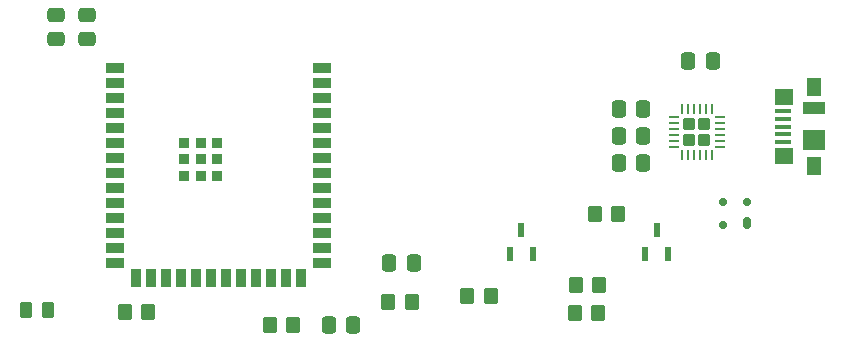
<source format=gtp>
%TF.GenerationSoftware,KiCad,Pcbnew,8.0.5*%
%TF.CreationDate,2024-11-24T13:48:28-06:00*%
%TF.ProjectId,Autonomous_Gardening_Rover_v2,4175746f-6e6f-46d6-9f75-735f47617264,rev?*%
%TF.SameCoordinates,Original*%
%TF.FileFunction,Paste,Top*%
%TF.FilePolarity,Positive*%
%FSLAX46Y46*%
G04 Gerber Fmt 4.6, Leading zero omitted, Abs format (unit mm)*
G04 Created by KiCad (PCBNEW 8.0.5) date 2024-11-24 13:48:28*
%MOMM*%
%LPD*%
G01*
G04 APERTURE LIST*
G04 Aperture macros list*
%AMRoundRect*
0 Rectangle with rounded corners*
0 $1 Rounding radius*
0 $2 $3 $4 $5 $6 $7 $8 $9 X,Y pos of 4 corners*
0 Add a 4 corners polygon primitive as box body*
4,1,4,$2,$3,$4,$5,$6,$7,$8,$9,$2,$3,0*
0 Add four circle primitives for the rounded corners*
1,1,$1+$1,$2,$3*
1,1,$1+$1,$4,$5*
1,1,$1+$1,$6,$7*
1,1,$1+$1,$8,$9*
0 Add four rect primitives between the rounded corners*
20,1,$1+$1,$2,$3,$4,$5,0*
20,1,$1+$1,$4,$5,$6,$7,0*
20,1,$1+$1,$6,$7,$8,$9,0*
20,1,$1+$1,$8,$9,$2,$3,0*%
G04 Aperture macros list end*
%ADD10R,1.498600X0.812800*%
%ADD11R,0.812800X1.498600*%
%ADD12R,0.889000X0.889000*%
%ADD13R,0.558800X1.219200*%
%ADD14RoundRect,0.250000X-0.337500X-0.475000X0.337500X-0.475000X0.337500X0.475000X-0.337500X0.475000X0*%
%ADD15RoundRect,0.250000X-0.350000X-0.450000X0.350000X-0.450000X0.350000X0.450000X-0.350000X0.450000X0*%
%ADD16RoundRect,0.250000X0.337500X0.475000X-0.337500X0.475000X-0.337500X-0.475000X0.337500X-0.475000X0*%
%ADD17RoundRect,0.250000X0.475000X-0.337500X0.475000X0.337500X-0.475000X0.337500X-0.475000X-0.337500X0*%
%ADD18RoundRect,0.175000X0.175000X0.325000X-0.175000X0.325000X-0.175000X-0.325000X0.175000X-0.325000X0*%
%ADD19RoundRect,0.150000X0.200000X0.150000X-0.200000X0.150000X-0.200000X-0.150000X0.200000X-0.150000X0*%
%ADD20RoundRect,0.250000X0.262500X0.450000X-0.262500X0.450000X-0.262500X-0.450000X0.262500X-0.450000X0*%
%ADD21RoundRect,0.250000X0.275000X0.275000X-0.275000X0.275000X-0.275000X-0.275000X0.275000X-0.275000X0*%
%ADD22RoundRect,0.062500X0.350000X0.062500X-0.350000X0.062500X-0.350000X-0.062500X0.350000X-0.062500X0*%
%ADD23RoundRect,0.062500X0.062500X0.350000X-0.062500X0.350000X-0.062500X-0.350000X0.062500X-0.350000X0*%
%ADD24RoundRect,0.250000X0.350000X0.450000X-0.350000X0.450000X-0.350000X-0.450000X0.350000X-0.450000X0*%
%ADD25R,1.380000X0.450000*%
%ADD26R,1.300000X1.650000*%
%ADD27R,1.550000X1.425000*%
%ADD28R,1.900000X1.800000*%
%ADD29R,1.900000X1.000000*%
G04 APERTURE END LIST*
D10*
%TO.C,U3*%
X84394500Y-84740000D03*
X84394500Y-86010000D03*
X84394500Y-87280000D03*
X84394500Y-88550000D03*
X84394500Y-89820000D03*
X84394500Y-91090000D03*
X84394500Y-92360000D03*
X84394500Y-93630000D03*
X84394500Y-94900000D03*
X84394500Y-96170000D03*
X84394500Y-97440000D03*
X84394500Y-98710000D03*
X84394500Y-99980000D03*
X84394500Y-101250000D03*
D11*
X86159500Y-102500000D03*
X87429500Y-102500000D03*
X88699500Y-102500000D03*
X89969500Y-102500000D03*
X91239500Y-102500000D03*
X92509500Y-102500000D03*
X93779500Y-102500000D03*
X95049500Y-102500000D03*
X96319500Y-102500000D03*
X97589500Y-102500000D03*
X98859500Y-102500000D03*
X100129500Y-102500000D03*
D10*
X101894500Y-101250000D03*
X101894500Y-99980000D03*
X101894500Y-98710000D03*
X101894500Y-97440000D03*
X101894500Y-96170000D03*
X101894500Y-94900000D03*
X101894500Y-93630000D03*
X101894500Y-92360000D03*
X101894500Y-91090000D03*
X101894500Y-89820000D03*
X101894500Y-88550000D03*
X101894500Y-87280000D03*
X101894500Y-86010000D03*
X101894500Y-84740000D03*
D12*
X91644500Y-92460000D03*
X90244500Y-91060000D03*
X90244500Y-92460000D03*
X90244500Y-93860000D03*
X91644500Y-93860000D03*
X93044500Y-93860000D03*
X93044500Y-92460000D03*
X93044500Y-91060000D03*
X91644500Y-91060000D03*
%TD*%
D13*
%TO.C,Q2*%
X129300000Y-100500000D03*
X131200002Y-100500000D03*
X130250001Y-98458001D03*
%TD*%
D14*
%TO.C,C3*%
X102500000Y-106500000D03*
X104575000Y-106500000D03*
%TD*%
D13*
%TO.C,Q1*%
X117849999Y-100500000D03*
X119750001Y-100500000D03*
X118800000Y-98458001D03*
%TD*%
D15*
%TO.C,R1*%
X97500000Y-106500000D03*
X99500000Y-106500000D03*
%TD*%
D16*
%TO.C,C6*%
X129100000Y-92800000D03*
X127025000Y-92800000D03*
%TD*%
D17*
%TO.C,C2*%
X79400000Y-82300000D03*
X79400000Y-80225000D03*
%TD*%
%TO.C,C1*%
X82000000Y-82300000D03*
X82000000Y-80225000D03*
%TD*%
D15*
%TO.C,R6*%
X123400000Y-103100000D03*
X125400000Y-103100000D03*
%TD*%
D18*
%TO.C,D4*%
X137900000Y-97800000D03*
D19*
X137900000Y-96100000D03*
X135900000Y-96100000D03*
X135900000Y-98000000D03*
%TD*%
D20*
%TO.C,R3*%
X78700000Y-105200000D03*
X76875000Y-105200000D03*
%TD*%
D15*
%TO.C,R7*%
X114200000Y-104000000D03*
X116200000Y-104000000D03*
%TD*%
%TO.C,R4*%
X85200000Y-105400000D03*
X87200000Y-105400000D03*
%TD*%
D21*
%TO.C,U2*%
X134300000Y-90800000D03*
X134300000Y-89500000D03*
X133000000Y-90800000D03*
X133000000Y-89500000D03*
D22*
X135587500Y-91400000D03*
X135587500Y-90900000D03*
X135587500Y-90400000D03*
X135587500Y-89900000D03*
X135587500Y-89400000D03*
X135587500Y-88900000D03*
D23*
X134900000Y-88212500D03*
X134400000Y-88212500D03*
X133900000Y-88212500D03*
X133400000Y-88212500D03*
X132900000Y-88212500D03*
X132400000Y-88212500D03*
D22*
X131712500Y-88900000D03*
X131712500Y-89400000D03*
X131712500Y-89900000D03*
X131712500Y-90400000D03*
X131712500Y-90900000D03*
X131712500Y-91400000D03*
D23*
X132400000Y-92087500D03*
X132900000Y-92087500D03*
X133400000Y-92087500D03*
X133900000Y-92087500D03*
X134400000Y-92087500D03*
X134900000Y-92087500D03*
%TD*%
D15*
%TO.C,R5*%
X123300000Y-105500000D03*
X125300000Y-105500000D03*
%TD*%
D24*
%TO.C,R2*%
X109500000Y-104500000D03*
X107500000Y-104500000D03*
%TD*%
D15*
%TO.C,R8*%
X125000000Y-97100000D03*
X127000000Y-97100000D03*
%TD*%
D16*
%TO.C,C7*%
X129100000Y-88200000D03*
X127025000Y-88200000D03*
%TD*%
%TO.C,C8*%
X129100000Y-90500000D03*
X127025000Y-90500000D03*
%TD*%
D14*
%TO.C,C4*%
X107625000Y-101200000D03*
X109700000Y-101200000D03*
%TD*%
%TO.C,C5*%
X132925000Y-84100000D03*
X135000000Y-84100000D03*
%TD*%
D25*
%TO.C,J2*%
X140940000Y-90975000D03*
X140940000Y-90325000D03*
X140940000Y-89675000D03*
X140940000Y-89025000D03*
X140940000Y-88375000D03*
D26*
X143600000Y-93050000D03*
D27*
X141025000Y-92162500D03*
D28*
X143600000Y-90825000D03*
D29*
X143600000Y-88125000D03*
D27*
X141025000Y-87187500D03*
D26*
X143600000Y-86300000D03*
%TD*%
M02*

</source>
